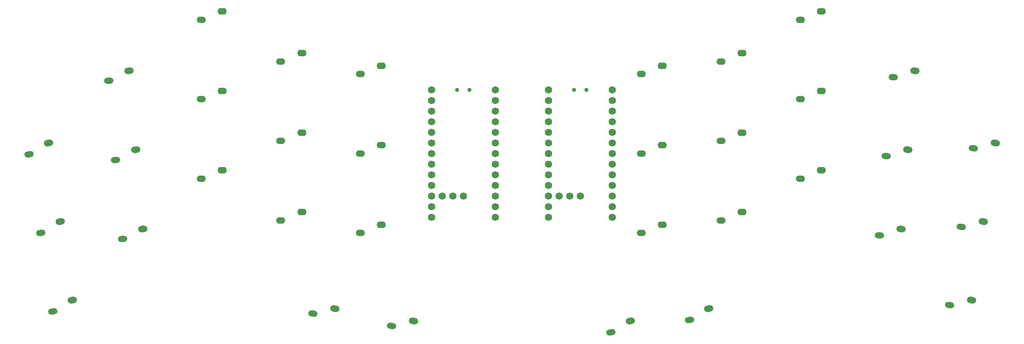
<source format=gbr>
%TF.GenerationSoftware,KiCad,Pcbnew,9.0.0*%
%TF.CreationDate,2025-11-03T03:19:49-06:00*%
%TF.ProjectId,Mau Keys,4d617520-4b65-4797-932e-6b696361645f,rev?*%
%TF.SameCoordinates,Original*%
%TF.FileFunction,Soldermask,Bot*%
%TF.FilePolarity,Negative*%
%FSLAX46Y46*%
G04 Gerber Fmt 4.6, Leading zero omitted, Abs format (unit mm)*
G04 Created by KiCad (PCBNEW 9.0.0) date 2025-11-03 03:19:49*
%MOMM*%
%LPD*%
G01*
G04 APERTURE LIST*
G04 Aperture macros list*
%AMHorizOval*
0 Thick line with rounded ends*
0 $1 width*
0 $2 $3 position (X,Y) of the first rounded end (center of the circle)*
0 $4 $5 position (X,Y) of the second rounded end (center of the circle)*
0 Add line between two ends*
20,1,$1,$2,$3,$4,$5,0*
0 Add two circle primitives to create the rounded ends*
1,1,$1,$2,$3*
1,1,$1,$4,$5*%
G04 Aperture macros list end*
%ADD10O,2.200000X1.600000*%
%ADD11O,2.200000X1.500000*%
%ADD12HorizOval,1.600000X0.296307X-0.046930X-0.296307X0.046930X0*%
%ADD13HorizOval,1.500000X0.345691X-0.054752X-0.345691X0.054752X0*%
%ADD14HorizOval,1.600000X0.298858X0.026147X-0.298858X-0.026147X0*%
%ADD15HorizOval,1.500000X0.348668X0.030505X-0.348668X-0.030505X0*%
%ADD16C,1.752600*%
%ADD17HorizOval,1.600000X0.296627X0.044861X-0.296627X-0.044861X0*%
%ADD18HorizOval,1.500000X0.346065X0.052337X-0.346065X-0.052337X0*%
%ADD19HorizOval,1.600000X0.298858X-0.026147X-0.298858X0.026147X0*%
%ADD20HorizOval,1.500000X0.348668X-0.030505X-0.348668X0.030505X0*%
%ADD21HorizOval,1.600000X0.296627X-0.044861X-0.296627X0.044861X0*%
%ADD22HorizOval,1.500000X0.346065X-0.052337X-0.346065X0.052337X0*%
%ADD23HorizOval,1.600000X0.296307X0.046930X-0.296307X-0.046930X0*%
%ADD24HorizOval,1.500000X0.345691X0.054752X-0.345691X-0.054752X0*%
%ADD25C,1.000000*%
G04 APERTURE END LIST*
D10*
%TO.C,SwitchR_6*%
X184720000Y-79240000D03*
D11*
X179720000Y-81240000D03*
%TD*%
D10*
%TO.C,SwitchR_12*%
X203720000Y-95240000D03*
D11*
X198720000Y-97240000D03*
%TD*%
D10*
%TO.C,Switch14*%
X98540000Y-95240000D03*
D11*
X93540000Y-97240000D03*
%TD*%
D10*
%TO.C,Switch4*%
X98540000Y-57240000D03*
D11*
X93540000Y-59240000D03*
%TD*%
D10*
%TO.C,Switch5*%
X117540000Y-60240000D03*
D11*
X112540000Y-62240000D03*
%TD*%
D10*
%TO.C,Switch15*%
X117540000Y-98240000D03*
D11*
X112540000Y-100240000D03*
%TD*%
D12*
%TO.C,Switch17*%
X125213398Y-121283663D03*
D13*
X119962087Y-122476867D03*
%TD*%
D10*
%TO.C,Switch10*%
X117540000Y-79240000D03*
D11*
X112540000Y-81240000D03*
%TD*%
D10*
%TO.C,Switch9*%
X98540000Y-76240000D03*
D11*
X93540000Y-78240000D03*
%TD*%
D12*
%TO.C,Switch16*%
X106447320Y-118311408D03*
D13*
X101196009Y-119504612D03*
%TD*%
D14*
%TO.C,Switch12*%
X60534497Y-99262070D03*
D15*
X55727835Y-101690238D03*
%TD*%
D14*
%TO.C,Switch7*%
X58878538Y-80334371D03*
D15*
X54071876Y-82762539D03*
%TD*%
D14*
%TO.C,Switch2*%
X57222579Y-61406672D03*
D15*
X52415917Y-63834840D03*
%TD*%
D16*
%TO.C,NNV2*%
X129540000Y-66040000D03*
X129540000Y-68580000D03*
X129540000Y-71120000D03*
X129540000Y-73660000D03*
X129540000Y-76200000D03*
X129540000Y-78740000D03*
X129540000Y-81280000D03*
X129540000Y-83820000D03*
X129540000Y-86360000D03*
X129540000Y-88900000D03*
X129540000Y-91440000D03*
X129540000Y-93980000D03*
X129540000Y-96520000D03*
X144780000Y-66040000D03*
X144780000Y-68580000D03*
X144780000Y-71120000D03*
X144780000Y-73660000D03*
X144780000Y-76200000D03*
X144780000Y-78740000D03*
X144780000Y-81280000D03*
X144780000Y-83820000D03*
X144780000Y-86360000D03*
X144780000Y-88900000D03*
X144780000Y-91440000D03*
X144780000Y-93980000D03*
X144780000Y-96520000D03*
X132080000Y-91440000D03*
X134620000Y-91440000D03*
X137160000Y-91440000D03*
%TD*%
D10*
%TO.C,Switch3*%
X79540000Y-47240000D03*
D11*
X74540000Y-49240000D03*
%TD*%
D10*
%TO.C,Switch8*%
X79540000Y-66240000D03*
D11*
X74540000Y-68240000D03*
%TD*%
D10*
%TO.C,Switch13*%
X79540000Y-85240000D03*
D11*
X74540000Y-87240000D03*
%TD*%
D17*
%TO.C,Switch1*%
X38013465Y-78728982D03*
D18*
X33368754Y-81454171D03*
%TD*%
D17*
%TO.C,Switch6*%
X40854637Y-97515353D03*
D18*
X36209926Y-100240542D03*
%TD*%
D17*
%TO.C,Switch11*%
X43695809Y-116301724D03*
D18*
X39051098Y-119026913D03*
%TD*%
D10*
%TO.C,SwitchR_2*%
X203720000Y-57240000D03*
D11*
X198720000Y-59240000D03*
%TD*%
D19*
%TO.C,SwitchR_9*%
X243381462Y-80334371D03*
D20*
X238226177Y-81890981D03*
%TD*%
D10*
%TO.C,SwitchR_7*%
X203720000Y-76240000D03*
D11*
X198720000Y-78240000D03*
%TD*%
D21*
%TO.C,SwitchR_5*%
X264246535Y-78728982D03*
D22*
X259003682Y-79958818D03*
%TD*%
D10*
%TO.C,SwitchR_8*%
X222720000Y-66240000D03*
D11*
X217720000Y-68240000D03*
%TD*%
D16*
%TO.C,NNV2_R1*%
X157480000Y-66040000D03*
X157480000Y-68580000D03*
X157480000Y-71120000D03*
X157480000Y-73660000D03*
X157480000Y-76200000D03*
X157480000Y-78740000D03*
X157480000Y-81280000D03*
X157480000Y-83820000D03*
X157480000Y-86360000D03*
X157480000Y-88900000D03*
X157480000Y-91440000D03*
X157480000Y-93980000D03*
X157480000Y-96520000D03*
X172720000Y-66040000D03*
X172720000Y-68580000D03*
X172720000Y-71120000D03*
X172720000Y-73660000D03*
X172720000Y-76200000D03*
X172720000Y-78740000D03*
X172720000Y-81280000D03*
X172720000Y-83820000D03*
X172720000Y-86360000D03*
X172720000Y-88900000D03*
X172720000Y-91440000D03*
X172720000Y-93980000D03*
X172720000Y-96520000D03*
X160020000Y-91440000D03*
X162560000Y-91440000D03*
X165100000Y-91440000D03*
%TD*%
D21*
%TO.C,SwitchR_10*%
X261405363Y-97515353D03*
D22*
X256162510Y-98745189D03*
%TD*%
D10*
%TO.C,SwitchR_3*%
X222720000Y-47240000D03*
D11*
X217720000Y-49240000D03*
%TD*%
D23*
%TO.C,SwitchR_17*%
X195812680Y-118311408D03*
D24*
X191187107Y-121068957D03*
%TD*%
D19*
%TO.C,SwitchR_14*%
X241725503Y-99262070D03*
D20*
X236570218Y-100818680D03*
%TD*%
D10*
%TO.C,SwitchR_11*%
X184720000Y-98240000D03*
D11*
X179720000Y-100240000D03*
%TD*%
D23*
%TO.C,SwitchR_16*%
X177046602Y-121283663D03*
D24*
X172421029Y-124041212D03*
%TD*%
D10*
%TO.C,SwitchR_1*%
X184720000Y-60240000D03*
D11*
X179720000Y-62240000D03*
%TD*%
D21*
%TO.C,SwitchR_15*%
X258564191Y-116301724D03*
D22*
X253321338Y-117531560D03*
%TD*%
D10*
%TO.C,SwitchR_13*%
X222720000Y-85240000D03*
D11*
X217720000Y-87240000D03*
%TD*%
D19*
%TO.C,SwitchR_4*%
X245037421Y-61406672D03*
D20*
X239882136Y-62963282D03*
%TD*%
D25*
%TO.C,SW_POWER1*%
X138660000Y-66040000D03*
X135660000Y-66040000D03*
%TD*%
%TO.C,SW_POWER2*%
X163605000Y-66045000D03*
X166605000Y-66045000D03*
%TD*%
M02*

</source>
